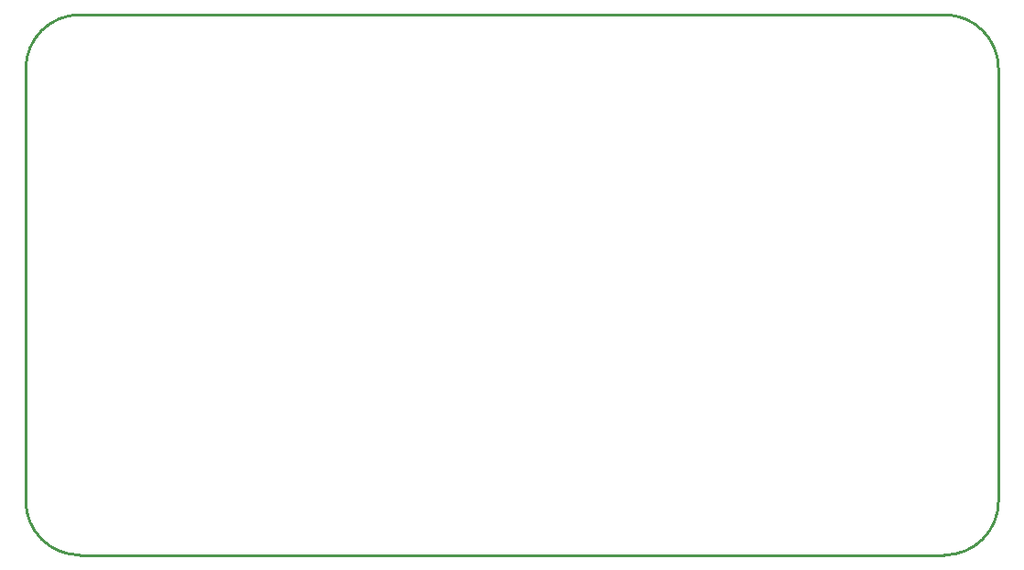
<source format=gko>
From 3195cfbb1ec583abd57b78847ff72583a38770d4 Mon Sep 17 00:00:00 2001
From: jaseg <git@jaseg.net>
Date: Sat, 25 Nov 2017 13:22:19 +0100
Subject: Initial commit

positioning is still a bit broken
---
 led_drv.GKO | 33 +++++++++++++++++++++++++++++++++
 1 file changed, 33 insertions(+)
 create mode 100644 led_drv.GKO

(limited to 'led_drv.GKO')

diff --git a/led_drv.GKO b/led_drv.GKO
new file mode 100644
index 0000000..62c5693
--- /dev/null
+++ b/led_drv.GKO
@@ -0,0 +1,33 @@
+G04 Layer_Color=16711935*
+%FSLAX25Y25*%
+%MOIN*%
+G70*
+G01*
+G75*
+%ADD26C,0.01000*%
+D26*
+X354331Y177165D02*
+G03*
+X334646Y196850I-19685J0D01*
+G01*
+Y0D02*
+G03*
+X354331Y19685I0J19685D01*
+G01*
+X0D02*
+G03*
+X19685Y0I19685J0D01*
+G01*
+Y196850D02*
+G03*
+X0Y177165I0J-19685D01*
+G01*
+X354331Y19685D02*
+Y177165D01*
+X19685Y196850D02*
+X334646D01*
+X19685Y0D02*
+X334646D01*
+X0Y19685D02*
+Y177165D01*
+M02*
-- 
cgit 


</source>
